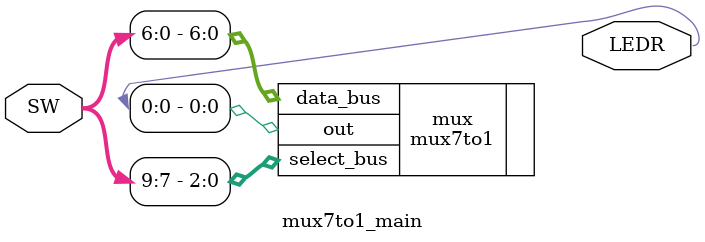
<source format=v>
`timescale 1ns / 1ns // time_unit / time_precision

module mux7to1_main(LEDR, SW);
	
	input [9:0] SW;
	output [1:0] LEDR;
	
	// SW[6] to SW[0] are data inputs
	// SW[9] to SW[7] are select signals
	// LEDR[0] is the output multiplexed signal
	
	mux7to1 mux(
	
		.data_bus(SW[6:0]),
		.select_bus(SW[9:7]),
		.out(LEDR[0])
		
	);
	
endmodule

</source>
